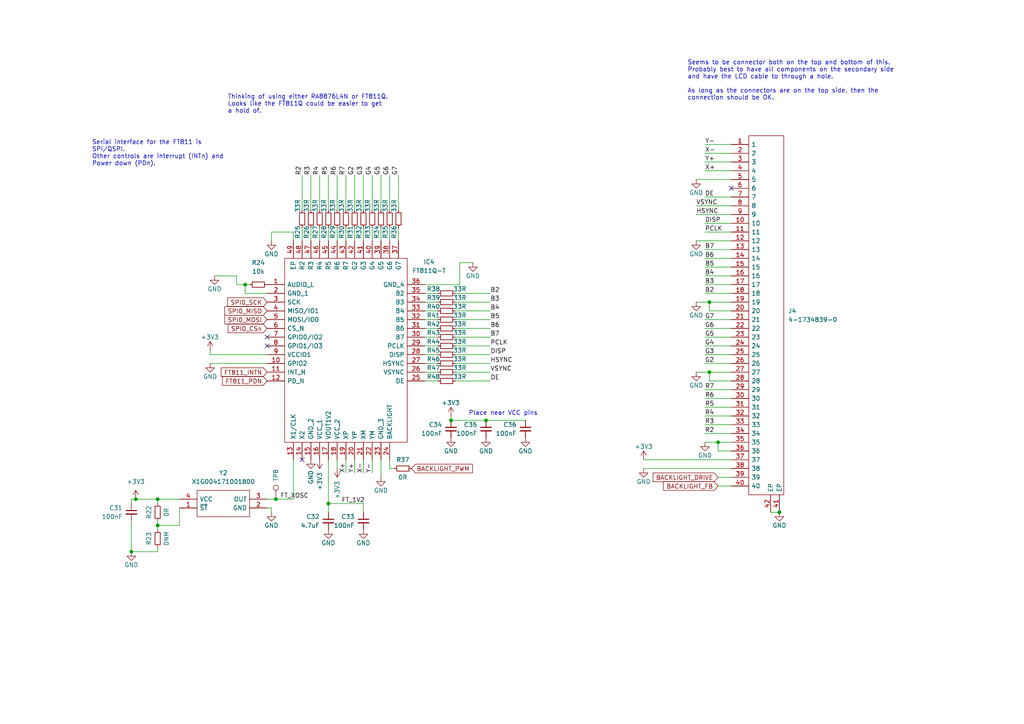
<source format=kicad_sch>
(kicad_sch (version 20211123) (generator eeschema)
  (paper "A4")
  (lib_symbols
    (symbol "Connector:TestPoint" (pin_numbers hide) (pin_names (offset 0.762) hide)
      (property "Reference" "TP" (at 0 6.858 0))
      (property "Value" "TestPoint" (at 0 5.08 0))
      (symbol "TestPoint_0_1"
        (circle (center 0 3.302) (radius 0.762))
      )
      (symbol "TestPoint_1_1"
        (pin passive line (at 0 0 90) (length 2.54) (name "1") (number "1"))
      )
    )
    (symbol "Device:C_Small" (pin_numbers hide) (pin_names (offset 0.254) hide)
      (property "Reference" "C" (at 0.254 1.778 0))
      (property "Value" "C_Small" (at 0.254 -2.032 0))
      (symbol "C_Small_0_1"
        (polyline (pts (xy -1.524 -0.508) (xy 1.524 -0.508)) (stroke (width 0.3302)))
        (polyline (pts (xy -1.524 0.508) (xy 1.524 0.508)) (stroke (width 0.3048)))
      )
      (symbol "C_Small_1_1"
        (pin passive line (at 0 2.54 270) (length 2.032) (name "~") (number "1"))
        (pin passive line (at 0 -2.54 90) (length 2.032) (name "~") (number "2"))
      )
    )
    (symbol "Device:R_Small" (pin_numbers hide) (pin_names (offset 0.254) hide)
      (property "Reference" "R" (at 0.762 0.508 0))
      (property "Value" "R_Small" (at 0.762 -1.016 0))
      (symbol "R_Small_0_1"
        (rectangle (start -0.762 1.778) (end 0.762 -1.778) (stroke (width 0.2032)))
      )
      (symbol "R_Small_1_1"
        (pin passive line (at 0 2.54 270) (length 0.762) (name "~") (number "1"))
        (pin passive line (at 0 -2.54 90) (length 0.762) (name "~") (number "2"))
      )
    )
    (symbol "SamacSys_Parts:4-1734839-0" (pin_names (offset 0.762))
      (property "Reference" "J3" (at -16.51 -48.2599 0))
      (property "Value" "4-1734839-0" (at -16.51 -50.7999 0))
      (symbol "4-1734839-0_0_0"
        (pin passive line (at 0 0 180) (length 5.08) (name "1") (number "1"))
        (pin passive line (at 0 -22.86 180) (length 5.08) (name "10") (number "10"))
        (pin passive line (at 0 -25.4 180) (length 5.08) (name "11") (number "11"))
        (pin passive line (at 0 -27.94 180) (length 5.08) (name "12") (number "12"))
        (pin passive line (at 0 -30.48 180) (length 5.08) (name "13") (number "13"))
        (pin passive line (at 0 -33.02 180) (length 5.08) (name "14") (number "14"))
        (pin passive line (at 0 -35.56 180) (length 5.08) (name "15") (number "15"))
        (pin passive line (at 0 -38.1 180) (length 5.08) (name "16") (number "16"))
        (pin passive line (at 0 -40.64 180) (length 5.08) (name "17") (number "17"))
        (pin passive line (at 0 -43.18 180) (length 5.08) (name "18") (number "18"))
        (pin passive line (at 0 -45.72 180) (length 5.08) (name "19") (number "19"))
        (pin passive line (at 0 -2.54 180) (length 5.08) (name "2") (number "2"))
        (pin passive line (at 0 -48.26 180) (length 5.08) (name "20") (number "20"))
        (pin passive line (at 0 -50.8 180) (length 5.08) (name "21") (number "21"))
        (pin passive line (at 0 -53.34 180) (length 5.08) (name "22") (number "22"))
        (pin passive line (at 0 -55.88 180) (length 5.08) (name "23") (number "23"))
        (pin passive line (at 0 -58.42 180) (length 5.08) (name "24") (number "24"))
        (pin passive line (at 0 -60.96 180) (length 5.08) (name "25") (number "25"))
        (pin passive line (at 0 -63.5 180) (length 5.08) (name "26") (number "26"))
        (pin passive line (at 0 -66.04 180) (length 5.08) (name "27") (number "27"))
        (pin passive line (at 0 -68.58 180) (length 5.08) (name "28") (number "28"))
        (pin passive line (at 0 -71.12 180) (length 5.08) (name "29") (number "29"))
        (pin passive line (at 0 -5.08 180) (length 5.08) (name "3") (number "3"))
        (pin passive line (at 0 -73.66 180) (length 5.08) (name "30") (number "30"))
        (pin passive line (at 0 -76.2 180) (length 5.08) (name "31") (number "31"))
        (pin passive line (at 0 -78.74 180) (length 5.08) (name "32") (number "32"))
        (pin passive line (at 0 -81.28 180) (length 5.08) (name "33") (number "33"))
        (pin passive line (at 0 -83.82 180) (length 5.08) (name "34") (number "34"))
        (pin passive line (at 0 -86.36 180) (length 5.08) (name "35") (number "35"))
        (pin passive line (at 0 -88.9 180) (length 5.08) (name "36") (number "36"))
        (pin passive line (at 0 -91.44 180) (length 5.08) (name "37") (number "37"))
        (pin passive line (at 0 -93.98 180) (length 5.08) (name "38") (number "38"))
        (pin passive line (at 0 -96.52 180) (length 5.08) (name "39") (number "39"))
        (pin passive line (at 0 -7.62 180) (length 5.08) (name "4") (number "4"))
        (pin passive line (at 0 -99.06 180) (length 5.08) (name "40") (number "40"))
        (pin passive line (at -13.97 -106.68 90) (length 5.08) (name "EP") (number "41"))
        (pin passive line (at -11.43 -106.68 90) (length 5.08) (name "EP") (number "42"))
        (pin passive line (at 0 -10.16 180) (length 5.08) (name "5") (number "5"))
        (pin passive line (at 0 -12.7 180) (length 5.08) (name "6") (number "6"))
        (pin passive line (at 0 -15.24 180) (length 5.08) (name "7") (number "7"))
        (pin passive line (at 0 -17.78 180) (length 5.08) (name "8") (number "8"))
        (pin passive line (at 0 -20.32 180) (length 5.08) (name "9") (number "9"))
      )
      (symbol "4-1734839-0_0_1"
        (polyline (pts (xy -15.24 2.54) (xy -5.08 2.54) (xy -5.08 -101.6) (xy -15.24 -101.6) (xy -15.24 2.54)) (stroke (width 0.1524)))
      )
    )
    (symbol "SamacSys_Parts:FT810Q-T" (pin_names (offset 0.762))
      (property "Reference" "IC" (at 41.91 12.7 0))
      (property "Value" "FT810Q-T" (at 41.91 10.16 0))
      (symbol "FT810Q-T_0_0"
        (pin passive line (at 0 0 0) (length 5.08) (name "AUDIO_L") (number "1"))
        (pin passive line (at 0 -22.86 0) (length 5.08) (name "GPIO2") (number "10"))
        (pin passive line (at 0 -25.4 0) (length 5.08) (name "INT_N") (number "11"))
        (pin passive line (at 0 -27.94 0) (length 5.08) (name "PD_N") (number "12"))
        (pin passive line (at 7.62 -50.8 90) (length 5.08) (name "X1/CLK") (number "13"))
        (pin passive line (at 10.16 -50.8 90) (length 5.08) (name "X2") (number "14"))
        (pin passive line (at 12.7 -50.8 90) (length 5.08) (name "GND_2") (number "15"))
        (pin passive line (at 15.24 -50.8 90) (length 5.08) (name "VCC_1") (number "16"))
        (pin passive line (at 17.78 -50.8 90) (length 5.08) (name "VOUT1V2") (number "17"))
        (pin passive line (at 20.32 -50.8 90) (length 5.08) (name "VCC_2") (number "18"))
        (pin passive line (at 22.86 -50.8 90) (length 5.08) (name "XP") (number "19"))
        (pin passive line (at 0 -2.54 0) (length 5.08) (name "GND_1") (number "2"))
        (pin passive line (at 25.4 -50.8 90) (length 5.08) (name "YP") (number "20"))
        (pin passive line (at 27.94 -50.8 90) (length 5.08) (name "XM") (number "21"))
        (pin passive line (at 30.48 -50.8 90) (length 5.08) (name "YM") (number "22"))
        (pin passive line (at 33.02 -50.8 90) (length 5.08) (name "GND_3") (number "23"))
        (pin passive line (at 35.56 -50.8 90) (length 5.08) (name "BACKLIGHT") (number "24"))
        (pin passive line (at 45.72 -27.94 180) (length 5.08) (name "DE") (number "25"))
        (pin passive line (at 45.72 -25.4 180) (length 5.08) (name "VSYNC") (number "26"))
        (pin passive line (at 45.72 -22.86 180) (length 5.08) (name "HSYNC") (number "27"))
        (pin passive line (at 45.72 -20.32 180) (length 5.08) (name "DISP") (number "28"))
        (pin passive line (at 45.72 -17.78 180) (length 5.08) (name "PCLK") (number "29"))
        (pin passive line (at 0 -5.08 0) (length 5.08) (name "SCK") (number "3"))
        (pin passive line (at 45.72 -15.24 180) (length 5.08) (name "B7") (number "30"))
        (pin passive line (at 45.72 -12.7 180) (length 5.08) (name "B6") (number "31"))
        (pin passive line (at 45.72 -10.16 180) (length 5.08) (name "B5") (number "32"))
        (pin passive line (at 45.72 -7.62 180) (length 5.08) (name "B4") (number "33"))
        (pin passive line (at 45.72 -5.08 180) (length 5.08) (name "B3") (number "34"))
        (pin passive line (at 45.72 -2.54 180) (length 5.08) (name "B2") (number "35"))
        (pin passive line (at 45.72 0 180) (length 5.08) (name "GND_4") (number "36"))
        (pin passive line (at 38.1 12.7 270) (length 5.08) (name "G7") (number "37"))
        (pin passive line (at 35.56 12.7 270) (length 5.08) (name "G6") (number "38"))
        (pin passive line (at 33.02 12.7 270) (length 5.08) (name "G5") (number "39"))
        (pin passive line (at 0 -7.62 0) (length 5.08) (name "MISO/IO1") (number "4"))
        (pin passive line (at 30.48 12.7 270) (length 5.08) (name "G4") (number "40"))
        (pin passive line (at 27.94 12.7 270) (length 5.08) (name "G3") (number "41"))
        (pin passive line (at 25.4 12.7 270) (length 5.08) (name "G2") (number "42"))
        (pin passive line (at 22.86 12.7 270) (length 5.08) (name "R7") (number "43"))
        (pin passive line (at 20.32 12.7 270) (length 5.08) (name "R6") (number "44"))
        (pin passive line (at 17.78 12.7 270) (length 5.08) (name "R5") (number "45"))
        (pin passive line (at 15.24 12.7 270) (length 5.08) (name "R4") (number "46"))
        (pin passive line (at 12.7 12.7 270) (length 5.08) (name "R3") (number "47"))
        (pin passive line (at 10.16 12.7 270) (length 5.08) (name "R2") (number "48"))
        (pin passive line (at 7.62 12.7 270) (length 5.08) (name "EP") (number "49"))
        (pin passive line (at 0 -10.16 0) (length 5.08) (name "MOSI/IO0") (number "5"))
        (pin passive line (at 0 -12.7 0) (length 5.08) (name "CS_N") (number "6"))
        (pin passive line (at 0 -15.24 0) (length 5.08) (name "GPIO0/IO2") (number "7"))
        (pin passive line (at 0 -17.78 0) (length 5.08) (name "GPIO1/IO3") (number "8"))
        (pin passive line (at 0 -20.32 0) (length 5.08) (name "VCCIO1") (number "9"))
      )
      (symbol "FT810Q-T_0_1"
        (polyline (pts (xy 5.08 7.62) (xy 40.64 7.62) (xy 40.64 -45.72) (xy 5.08 -45.72) (xy 5.08 7.62)) (stroke (width 0.1524)))
      )
    )
    (symbol "SamacSys_Parts:X1G004171001800" (pin_names (offset 0.762))
      (property "Reference" "Y" (at 21.59 7.62 0))
      (property "Value" "X1G004171001800" (at 21.59 5.08 0))
      (symbol "X1G004171001800_0_0"
        (pin passive line (at 0 -2.54 0) (length 5.08) (name "~{ST}") (number "1"))
        (pin passive line (at 25.4 -2.54 180) (length 5.08) (name "GND") (number "2"))
        (pin passive line (at 25.4 0 180) (length 5.08) (name "OUT") (number "3"))
        (pin passive line (at 0 0 0) (length 5.08) (name "VCC") (number "4"))
      )
      (symbol "X1G004171001800_0_1"
        (polyline (pts (xy 5.08 2.54) (xy 20.32 2.54) (xy 20.32 -5.08) (xy 5.08 -5.08) (xy 5.08 2.54)) (stroke (width 0.1524)))
      )
    )
    (symbol "power:+3V3" (power) (pin_names (offset 0))
      (property "Value" "+3V3" (at 0 3.556 0))
      (symbol "+3V3_0_1"
        (polyline (pts (xy -0.762 1.27) (xy 0 2.54)))
        (polyline (pts (xy 0 0) (xy 0 2.54)))
        (polyline (pts (xy 0 2.54) (xy 0.762 1.27)))
      )
      (symbol "+3V3_1_1"
        (pin power_in line (at 0 0 90) (length 0) hide (name "+3V3") (number "1"))
      )
    )
    (symbol "power:GND" (power) (pin_names (offset 0))
      (property "Value" "GND" (at 0 -3.81 0))
      (symbol "GND_0_1"
        (polyline (pts (xy 0 0) (xy 0 -1.27) (xy 1.27 -1.27) (xy 0 -2.54) (xy -1.27 -1.27) (xy 0 -1.27)))
      )
      (symbol "GND_1_1"
        (pin power_in line (at 0 0 270) (length 0) hide (name "GND") (number "1"))
      )
    )
  )
  (junction (at 71.12 82.55))
  (junction (at 205.74 107.95))
  (junction (at 226.06 148.59))
  (junction (at 208.28 128.27))
  (junction (at 80.01 144.78))
  (junction (at 205.74 87.63))
  (junction (at 38.1 160.02))
  (junction (at 39.37 144.78))
  (junction (at 45.72 152.4))
  (junction (at 140.97 121.92))
  (junction (at 45.72 144.78))
  (junction (at 95.25 146.05))
  (junction (at 130.81 121.92))
  (no_connect (at 77.47 97.79))
  (no_connect (at 77.47 100.33))
  (no_connect (at 212.09 54.61))
  (no_connect (at 87.63 133.35))
  (wire (pts (xy 204.47 120.65) (xy 212.09 120.65)))
  (wire (pts (xy 114.3 135.89) (xy 113.03 135.89)))
  (wire (pts (xy 132.08 105.41) (xy 142.24 105.41)))
  (wire (pts (xy 204.47 95.25) (xy 212.09 95.25)))
  (wire (pts (xy 45.72 144.78) (xy 39.37 144.78)))
  (wire (pts (xy 102.87 60.96) (xy 102.87 50.8)))
  (wire (pts (xy 130.81 121.92) (xy 140.97 121.92)))
  (wire (pts (xy 204.47 85.09) (xy 212.09 85.09)))
  (wire (pts (xy 130.81 120.65) (xy 130.81 121.92)))
  (wire (pts (xy 132.08 110.49) (xy 142.24 110.49)))
  (wire (pts (xy 110.49 60.96) (xy 110.49 50.8)))
  (wire (pts (xy 113.03 60.96) (xy 113.03 50.8)))
  (wire (pts (xy 39.37 144.78) (xy 38.1 144.78)))
  (wire (pts (xy 132.08 90.17) (xy 142.24 90.17)))
  (wire (pts (xy 133.35 82.55) (xy 123.19 82.55)))
  (wire (pts (xy 123.19 102.87) (xy 127 102.87)))
  (wire (pts (xy 102.87 133.35) (xy 102.87 137.16)))
  (wire (pts (xy 201.93 62.23) (xy 212.09 62.23)))
  (wire (pts (xy 105.41 146.05) (xy 95.25 146.05)))
  (wire (pts (xy 97.79 60.96) (xy 97.79 50.8)))
  (wire (pts (xy 204.47 97.79) (xy 212.09 97.79)))
  (wire (pts (xy 95.25 60.96) (xy 95.25 50.8)))
  (wire (pts (xy 208.28 140.97) (xy 212.09 140.97)))
  (wire (pts (xy 123.19 92.71) (xy 127 92.71)))
  (wire (pts (xy 45.72 152.4) (xy 45.72 153.67)))
  (wire (pts (xy 208.28 130.81) (xy 208.28 128.27)))
  (wire (pts (xy 204.47 72.39) (xy 212.09 72.39)))
  (wire (pts (xy 133.35 76.2) (xy 133.35 82.55)))
  (wire (pts (xy 205.74 107.95) (xy 212.09 107.95)))
  (wire (pts (xy 204.47 123.19) (xy 212.09 123.19)))
  (wire (pts (xy 132.08 87.63) (xy 142.24 87.63)))
  (wire (pts (xy 60.96 105.41) (xy 77.47 105.41)))
  (wire (pts (xy 205.74 87.63) (xy 212.09 87.63)))
  (wire (pts (xy 105.41 148.59) (xy 105.41 146.05)))
  (wire (pts (xy 123.19 105.41) (xy 127 105.41)))
  (wire (pts (xy 45.72 151.13) (xy 45.72 152.4)))
  (wire (pts (xy 100.33 133.35) (xy 100.33 137.16)))
  (wire (pts (xy 186.69 135.89) (xy 212.09 135.89)))
  (wire (pts (xy 38.1 144.78) (xy 38.1 146.05)))
  (wire (pts (xy 60.96 102.87) (xy 60.96 101.6)))
  (wire (pts (xy 212.09 110.49) (xy 205.74 110.49)))
  (wire (pts (xy 132.08 100.33) (xy 142.24 100.33)))
  (wire (pts (xy 223.52 148.59) (xy 226.06 148.59)))
  (wire (pts (xy 123.19 87.63) (xy 127 87.63)))
  (wire (pts (xy 115.57 60.96) (xy 115.57 50.8)))
  (wire (pts (xy 90.17 69.85) (xy 90.17 66.04)))
  (wire (pts (xy 85.09 144.78) (xy 85.09 133.35)))
  (wire (pts (xy 105.41 69.85) (xy 105.41 66.04)))
  (wire (pts (xy 78.74 67.31) (xy 85.09 67.31)))
  (wire (pts (xy 132.08 102.87) (xy 142.24 102.87)))
  (wire (pts (xy 204.47 125.73) (xy 212.09 125.73)))
  (wire (pts (xy 115.57 69.85) (xy 115.57 66.04)))
  (wire (pts (xy 105.41 60.96) (xy 105.41 50.8)))
  (wire (pts (xy 204.47 64.77) (xy 212.09 64.77)))
  (wire (pts (xy 137.16 76.2) (xy 133.35 76.2)))
  (wire (pts (xy 77.47 144.78) (xy 80.01 144.78)))
  (wire (pts (xy 107.95 133.35) (xy 107.95 137.16)))
  (wire (pts (xy 92.71 69.85) (xy 92.71 66.04)))
  (wire (pts (xy 201.93 87.63) (xy 205.74 87.63)))
  (wire (pts (xy 95.25 133.35) (xy 95.25 146.05)))
  (wire (pts (xy 71.12 82.55) (xy 72.39 82.55)))
  (wire (pts (xy 204.47 82.55) (xy 212.09 82.55)))
  (wire (pts (xy 68.58 80.01) (xy 68.58 82.55)))
  (wire (pts (xy 100.33 69.85) (xy 100.33 66.04)))
  (wire (pts (xy 113.03 69.85) (xy 113.03 66.04)))
  (wire (pts (xy 204.47 57.15) (xy 212.09 57.15)))
  (wire (pts (xy 140.97 121.92) (xy 152.4 121.92)))
  (wire (pts (xy 132.08 95.25) (xy 142.24 95.25)))
  (wire (pts (xy 201.93 107.95) (xy 205.74 107.95)))
  (wire (pts (xy 38.1 151.13) (xy 38.1 160.02)))
  (wire (pts (xy 204.47 105.41) (xy 212.09 105.41)))
  (wire (pts (xy 132.08 97.79) (xy 142.24 97.79)))
  (wire (pts (xy 110.49 69.85) (xy 110.49 66.04)))
  (wire (pts (xy 123.19 97.79) (xy 127 97.79)))
  (wire (pts (xy 123.19 110.49) (xy 127 110.49)))
  (wire (pts (xy 71.12 82.55) (xy 71.12 85.09)))
  (wire (pts (xy 78.74 148.59) (xy 78.74 147.32)))
  (wire (pts (xy 97.79 133.35) (xy 97.79 135.89)))
  (wire (pts (xy 204.47 115.57) (xy 212.09 115.57)))
  (wire (pts (xy 204.47 113.03) (xy 212.09 113.03)))
  (wire (pts (xy 95.25 146.05) (xy 95.25 148.59)))
  (wire (pts (xy 85.09 67.31) (xy 85.09 69.85)))
  (wire (pts (xy 204.47 74.93) (xy 212.09 74.93)))
  (wire (pts (xy 123.19 85.09) (xy 127 85.09)))
  (wire (pts (xy 38.1 160.02) (xy 45.72 160.02)))
  (wire (pts (xy 204.47 100.33) (xy 212.09 100.33)))
  (wire (pts (xy 201.93 59.69) (xy 212.09 59.69)))
  (wire (pts (xy 205.74 90.17) (xy 205.74 87.63)))
  (wire (pts (xy 205.74 110.49) (xy 205.74 107.95)))
  (wire (pts (xy 80.01 144.78) (xy 85.09 144.78)))
  (wire (pts (xy 201.93 52.07) (xy 212.09 52.07)))
  (wire (pts (xy 90.17 60.96) (xy 90.17 50.8)))
  (wire (pts (xy 110.49 133.35) (xy 110.49 138.43)))
  (wire (pts (xy 71.12 85.09) (xy 77.47 85.09)))
  (wire (pts (xy 107.95 60.96) (xy 107.95 50.8)))
  (wire (pts (xy 123.19 90.17) (xy 127 90.17)))
  (wire (pts (xy 113.03 135.89) (xy 113.03 133.35)))
  (wire (pts (xy 208.28 138.43) (xy 212.09 138.43)))
  (wire (pts (xy 77.47 102.87) (xy 60.96 102.87)))
  (wire (pts (xy 208.28 128.27) (xy 212.09 128.27)))
  (wire (pts (xy 97.79 69.85) (xy 97.79 66.04)))
  (wire (pts (xy 107.95 69.85) (xy 107.95 66.04)))
  (wire (pts (xy 132.08 92.71) (xy 142.24 92.71)))
  (wire (pts (xy 186.69 133.35) (xy 212.09 133.35)))
  (wire (pts (xy 92.71 60.96) (xy 92.71 50.8)))
  (wire (pts (xy 105.41 133.35) (xy 105.41 137.16)))
  (wire (pts (xy 212.09 130.81) (xy 208.28 130.81)))
  (wire (pts (xy 62.23 80.01) (xy 68.58 80.01)))
  (wire (pts (xy 204.47 46.99) (xy 212.09 46.99)))
  (wire (pts (xy 204.47 41.91) (xy 212.09 41.91)))
  (wire (pts (xy 204.47 67.31) (xy 212.09 67.31)))
  (wire (pts (xy 204.47 49.53) (xy 212.09 49.53)))
  (wire (pts (xy 212.09 90.17) (xy 205.74 90.17)))
  (wire (pts (xy 201.93 69.85) (xy 212.09 69.85)))
  (wire (pts (xy 204.47 118.11) (xy 212.09 118.11)))
  (wire (pts (xy 204.47 77.47) (xy 212.09 77.47)))
  (wire (pts (xy 204.47 128.27) (xy 208.28 128.27)))
  (wire (pts (xy 45.72 146.05) (xy 45.72 144.78)))
  (wire (pts (xy 204.47 102.87) (xy 212.09 102.87)))
  (wire (pts (xy 123.19 100.33) (xy 127 100.33)))
  (wire (pts (xy 204.47 80.01) (xy 212.09 80.01)))
  (wire (pts (xy 95.25 69.85) (xy 95.25 66.04)))
  (wire (pts (xy 132.08 85.09) (xy 142.24 85.09)))
  (wire (pts (xy 45.72 160.02) (xy 45.72 158.75)))
  (wire (pts (xy 123.19 107.95) (xy 127 107.95)))
  (wire (pts (xy 45.72 152.4) (xy 52.07 152.4)))
  (wire (pts (xy 78.74 69.85) (xy 78.74 67.31)))
  (wire (pts (xy 123.19 95.25) (xy 127 95.25)))
  (wire (pts (xy 102.87 69.85) (xy 102.87 66.04)))
  (wire (pts (xy 52.07 152.4) (xy 52.07 147.32)))
  (wire (pts (xy 204.47 92.71) (xy 212.09 92.71)))
  (wire (pts (xy 87.63 60.96) (xy 87.63 50.8)))
  (wire (pts (xy 45.72 144.78) (xy 52.07 144.78)))
  (wire (pts (xy 132.08 107.95) (xy 142.24 107.95)))
  (wire (pts (xy 78.74 147.32) (xy 77.47 147.32)))
  (wire (pts (xy 100.33 60.96) (xy 100.33 50.8)))
  (wire (pts (xy 87.63 69.85) (xy 87.63 66.04)))
  (wire (pts (xy 204.47 44.45) (xy 212.09 44.45)))
  (wire (pts (xy 68.58 82.55) (xy 71.12 82.55)))
  (text "Thinking of using either RA8876L4N or FT811Q. \nLooks like the FT811Q could be easier to get \na hold of. " (at 66.04 33.02 0) (effects (font (size 1.27 1.27)) (justify left bottom)))
  (text "Place near VCC pins" (at 135.89 120.65 0) (effects (font (size 1.27 1.27)) (justify left bottom)))
  (text "Serial interface for the FT811 is\nSPI/QSPI. \nOther controls are interrupt (INTn) and \nPower down (PDn). " (at 26.67 48.26 0) (effects (font (size 1.27 1.27)) (justify left bottom)))
  (text "Seems to be connector both on the top and bottom of this. \nProbably best to have all components on the secondary side\nand have the LCD cable to through a hole. \n\nAs long as the connectors are on the top side, then the\nconnection should be OK. " (at 199.39 29.21 0) (effects (font (size 1.27 1.27)) (justify left bottom)))
  (label "G5" (at 204.47 97.79 0))
  (label "PCLK" (at 204.47 67.31 0))
  (label "R3" (at 204.47 123.19 0))
  (label "B7" (at 204.47 72.39 0))
  (label "B6" (at 142.24 95.25 0))
  (label "X-" (at 105.41 137.16 90))
  (label "R4" (at 204.47 120.65 0))
  (label "B6" (at 204.47 74.93 0))
  (label "G4" (at 204.47 100.33 0))
  (label "FT_XOSC" (at 81.28 144.78 0))
  (label "G2" (at 102.87 50.8 90))
  (label "B2" (at 204.47 85.09 0))
  (label "G3" (at 204.47 102.87 0))
  (label "G5" (at 110.49 50.8 90))
  (label "Y-" (at 204.47 41.91 0))
  (label "B5" (at 142.24 92.71 0))
  (label "Y+" (at 102.87 137.16 90))
  (label "B2" (at 142.24 85.09 0))
  (label "B3" (at 142.24 87.63 0))
  (label "PCLK" (at 142.24 100.33 0))
  (label "B5" (at 204.47 77.47 0))
  (label "R5" (at 95.25 50.8 90))
  (label "R3" (at 90.17 50.8 90))
  (label "HSYNC" (at 142.24 105.41 0))
  (label "G4" (at 107.95 50.8 90))
  (label "Y+" (at 204.47 46.99 0))
  (label "G6" (at 113.03 50.8 90))
  (label "DE" (at 204.47 57.15 0))
  (label "R6" (at 204.47 115.57 0))
  (label "G7" (at 204.47 92.71 0))
  (label "G3" (at 105.41 50.8 90))
  (label "VSYNC" (at 142.24 107.95 0))
  (label "B7" (at 142.24 97.79 0))
  (label "DISP" (at 142.24 102.87 0))
  (label "B4" (at 204.47 80.01 0))
  (label "G2" (at 204.47 105.41 0))
  (label "R7" (at 204.47 113.03 0))
  (label "Y-" (at 107.95 137.16 90))
  (label "R4" (at 92.71 50.8 90))
  (label "HSYNC" (at 201.93 62.23 0))
  (label "B3" (at 204.47 82.55 0))
  (label "X-" (at 204.47 44.45 0))
  (label "FT_1V2" (at 99.06 146.05 0))
  (label "DISP" (at 204.47 64.77 0))
  (label "X+" (at 100.33 137.16 90))
  (label "VSYNC" (at 201.93 59.69 0))
  (label "R6" (at 97.79 50.8 90))
  (label "R7" (at 100.33 50.8 90))
  (label "DE" (at 142.24 110.49 0))
  (label "R2" (at 204.47 125.73 0))
  (label "B4" (at 142.24 90.17 0))
  (label "R2" (at 87.63 50.8 90))
  (label "X+" (at 204.47 49.53 0))
  (label "G7" (at 115.57 50.8 90))
  (label "R5" (at 204.47 118.11 0))
  (label "G6" (at 204.47 95.25 0))
  (global_label "FT811_INTN" (shape input) (at 77.47 107.95 180) (property "Intersheet References" "${INTERSHEET_REFS}" (effects hide)))
  (global_label "FT811_PDN" (shape input) (at 77.47 110.49 180) (property "Intersheet References" "${INTERSHEET_REFS}" (effects hide)))
  (global_label "SPI0_SCK" (shape input) (at 77.47 87.63 180) (property "Intersheet References" "${INTERSHEET_REFS}" (effects hide)))
  (global_label "BACKLIGHT_DRIVE" (shape input) (at 208.28 138.43 180) (property "Intersheet References" "${INTERSHEET_REFS}" (effects hide)))
  (global_label "SPI0_CSn" (shape input) (at 77.47 95.25 180) (property "Intersheet References" "${INTERSHEET_REFS}" (effects hide)))
  (global_label "BACKLIGHT_PWM" (shape input) (at 119.38 135.89 0) (property "Intersheet References" "${INTERSHEET_REFS}" (effects hide)))
  (global_label "SPI0_MOSI" (shape input) (at 77.47 92.71 180) (property "Intersheet References" "${INTERSHEET_REFS}" (effects hide)))
  (global_label "SPI0_MISO" (shape input) (at 77.47 90.17 180) (property "Intersheet References" "${INTERSHEET_REFS}" (effects hide)))
  (global_label "BACKLIGHT_FB" (shape input) (at 208.28 140.97 180) (property "Intersheet References" "${INTERSHEET_REFS}" (effects hide)))
  (symbol (lib_id "Device:R_Small") (at 116.84 135.89 90) (mirror x) (unit 1)
    (property "Reference" "R37" (at 116.84 133.35 90))
    (property "Value" "0R" (at 116.84 138.43 90))
    (property "Footprint" "Resistor_SMD:R_0402_1005Metric" (effects hide))
    (property "LCSC" "C279984" (effects hide))
  )
  (symbol (lib_id "Device:R_Small") (at 95.25 63.5 0) (mirror y) (unit 1)
    (property "Reference" "R28" (at 93.98 67.31 90))
    (property "Value" "33R" (at 93.98 59.69 90))
    (property "Footprint" "Resistor_SMD:R_0402_1005Metric" (effects hide))
    (property "LCSC" "C25105" (effects hide))
  )
  (symbol (lib_id "Device:R_Small") (at 129.54 90.17 270) (mirror x) (unit 1)
    (property "Reference" "R40" (at 125.73 88.9 90))
    (property "Value" "33R" (at 133.35 88.9 90))
    (property "Footprint" "Resistor_SMD:R_0402_1005Metric" (effects hide))
    (property "LCSC" "C25105" (effects hide))
  )
  (symbol (lib_id "Device:R_Small") (at 92.71 63.5 0) (mirror y) (unit 1)
    (property "Reference" "R27" (at 91.44 67.31 90))
    (property "Value" "33R" (at 91.44 59.69 90))
    (property "Footprint" "Resistor_SMD:R_0402_1005Metric" (effects hide))
    (property "LCSC" "C25105" (effects hide))
  )
  (symbol (lib_id "Device:C_Small") (at 105.41 151.13 0) (mirror y) (unit 1)
    (property "Reference" "C33" (at 102.87 149.8662 0) (effects (justify left)))
    (property "Value" "100nF" (at 102.87 152.4062 0) (effects (justify left)))
    (property "Footprint" "Capacitor_SMD:C_0402_1005Metric" (effects hide))
    (property "LCSC" "C1525" (effects hide))
  )
  (symbol (lib_id "Device:R_Small") (at 45.72 148.59 0) (mirror x) (unit 1)
    (property "Reference" "R22" (at 43.18 148.59 90))
    (property "Value" "0R" (at 48.26 148.59 90))
    (property "Footprint" "Resistor_SMD:R_0402_1005Metric" (effects hide))
    (property "LCSC" "C279984" (effects hide))
  )
  (symbol (lib_id "power:GND") (at 201.93 87.63 0) (unit 1)
    (property "Reference" "#PWR084" (effects hide))
    (property "Value" "GND" (at 201.93 91.44 0))
  )
  (symbol (lib_id "Device:R_Small") (at 74.93 82.55 270) (unit 1)
    (property "Reference" "R24" (at 74.93 76.2 90))
    (property "Value" "10k" (at 74.93 78.74 90))
    (property "Footprint" "Resistor_SMD:R_0402_1005Metric" (effects hide))
    (property "LCSC" "C25086" (effects hide))
  )
  (symbol (lib_id "power:GND") (at 201.93 107.95 0) (unit 1)
    (property "Reference" "#PWR085" (effects hide))
    (property "Value" "GND" (at 201.93 111.76 0))
  )
  (symbol (lib_id "Device:R_Small") (at 45.72 156.21 0) (mirror x) (unit 1)
    (property "Reference" "R23" (at 43.18 156.21 90))
    (property "Value" "DNM" (at 48.26 156.21 90))
    (property "Footprint" "Resistor_SMD:R_0402_1005Metric" (effects hide))
    (property "LCSC" "DNM" (effects hide))
  )
  (symbol (lib_id "power:+3V3") (at 60.96 101.6 0) (unit 1)
    (property "Reference" "#PWR064" (effects hide))
    (property "Value" "+3V3" (at 63.5 97.79 0) (effects (justify right)))
  )
  (symbol (lib_id "power:+3V3") (at 186.69 133.35 0) (unit 1)
    (property "Reference" "#PWR080" (effects hide))
    (property "Value" "+3V3" (at 186.69 129.54 0))
  )
  (symbol (lib_id "Connector:TestPoint") (at 80.01 144.78 0) (unit 1)
    (property "Reference" "TP8" (at 80.01 139.7 90) (effects (justify left)))
    (property "Value" "TestPoint" (effects hide))
    (property "Footprint" "TestPoint:TestPoint_Pad_D1.5mm" (effects hide))
  )
  (symbol (lib_id "Device:R_Small") (at 105.41 63.5 0) (mirror y) (unit 1)
    (property "Reference" "R32" (at 104.14 67.31 90))
    (property "Value" "33R" (at 104.14 59.69 90))
    (property "Footprint" "Resistor_SMD:R_0402_1005Metric" (effects hide))
    (property "LCSC" "C25105" (effects hide))
  )
  (symbol (lib_id "power:GND") (at 90.17 133.35 0) (mirror y) (unit 1)
    (property "Reference" "#PWR069" (effects hide))
    (property "Value" "GND" (at 90.17 138.43 90))
  )
  (symbol (lib_id "power:GND") (at 201.93 69.85 0) (unit 1)
    (property "Reference" "#PWR083" (effects hide))
    (property "Value" "GND" (at 201.93 73.66 0))
  )
  (symbol (lib_id "power:+3V3") (at 97.79 135.89 180) (unit 1)
    (property "Reference" "#PWR072" (effects hide))
    (property "Value" "+3V3" (at 97.79 144.78 90) (effects (justify right)))
  )
  (symbol (lib_id "Device:R_Small") (at 87.63 63.5 0) (mirror y) (unit 1)
    (property "Reference" "R25" (at 86.36 67.31 90))
    (property "Value" "33R" (at 86.36 59.69 90))
    (property "Footprint" "Resistor_SMD:R_0402_1005Metric" (effects hide))
    (property "LCSC" "C25105" (effects hide))
  )
  (symbol (lib_id "Device:R_Small") (at 129.54 107.95 270) (mirror x) (unit 1)
    (property "Reference" "R47" (at 125.73 106.68 90))
    (property "Value" "33R" (at 133.35 106.68 90))
    (property "Footprint" "Resistor_SMD:R_0402_1005Metric" (effects hide))
    (property "LCSC" "C25105" (effects hide))
  )
  (symbol (lib_id "power:GND") (at 105.41 153.67 0) (mirror y) (unit 1)
    (property "Reference" "#PWR073" (effects hide))
    (property "Value" "GND" (at 105.41 157.48 0))
  )
  (symbol (lib_id "Device:R_Small") (at 129.54 92.71 270) (mirror x) (unit 1)
    (property "Reference" "R41" (at 125.73 91.44 90))
    (property "Value" "33R" (at 133.35 91.44 90))
    (property "Footprint" "Resistor_SMD:R_0402_1005Metric" (effects hide))
    (property "LCSC" "C25105" (effects hide))
  )
  (symbol (lib_id "SamacSys_Parts:FT810Q-T") (at 77.47 82.55 0) (unit 1)
    (property "Reference" "IC4" (at 124.46 75.9712 0))
    (property "Value" "FT811Q-T" (at 124.46 78.5112 0))
    (property "Footprint" "SamacSys_Parts:QFN50P700X700X90-49N-D" (effects hide))
    (property "Datasheet" "https://componentsearchengine.com/Datasheets/2/FT810Q-T.pdf" (effects hide))
    (property "Description" "FT811Q-T, LCD Controller 8 bit Mono Audio Format, SVGA Support SPI 1.8  3.3 V, 48-Pin VQFN" (effects hide))
    (property "Height" "0.9" (effects hide))
    (property "Mouser Part Number" "895-FT811Q-T" (effects hide))
    (property "Mouser Price/Stock" "https://www.mouser.co.uk/ProductDetail/Bridgetek/FT810Q-T?qs=OplyyfyNBA63lpJ6fOejKA%3D%3D" (effects hide))
    (property "Manufacturer_Name" "BRIDGETEK" (effects hide))
    (property "Manufacturer_Part_Number" "FT811Q-T" (effects hide))
    (property "LCSC" "C3823896" (effects hide))
  )
  (symbol (lib_id "power:+3V3") (at 130.81 120.65 0) (unit 1)
    (property "Reference" "#PWR075" (effects hide))
    (property "Value" "+3V3" (at 133.35 116.84 0) (effects (justify right)))
  )
  (symbol (lib_id "Device:R_Small") (at 129.54 102.87 270) (mirror x) (unit 1)
    (property "Reference" "R45" (at 125.73 101.6 90))
    (property "Value" "33R" (at 133.35 101.6 90))
    (property "Footprint" "Resistor_SMD:R_0402_1005Metric" (effects hide))
    (property "LCSC" "C25105" (effects hide))
  )
  (symbol (lib_id "power:GND") (at 78.74 148.59 0) (mirror y) (unit 1)
    (property "Reference" "#PWR068" (effects hide))
    (property "Value" "GND" (at 78.74 152.4 0))
  )
  (symbol (lib_id "power:GND") (at 110.49 138.43 0) (mirror y) (unit 1)
    (property "Reference" "#PWR074" (effects hide))
    (property "Value" "GND" (at 110.49 142.24 0))
  )
  (symbol (lib_id "power:GND") (at 130.81 127 0) (mirror y) (unit 1)
    (property "Reference" "#PWR076" (effects hide))
    (property "Value" "GND" (at 130.81 130.81 0))
  )
  (symbol (lib_id "Device:C_Small") (at 140.97 124.46 0) (mirror y) (unit 1)
    (property "Reference" "C35" (at 138.43 123.1962 0) (effects (justify left)))
    (property "Value" "100nF" (at 138.43 125.7362 0) (effects (justify left)))
    (property "Footprint" "Capacitor_SMD:C_0402_1005Metric" (effects hide))
    (property "LCSC" "C1525" (effects hide))
  )
  (symbol (lib_id "power:GND") (at 152.4 127 0) (mirror y) (unit 1)
    (property "Reference" "#PWR079" (effects hide))
    (property "Value" "GND" (at 152.4 130.81 0))
  )
  (symbol (lib_id "Device:R_Small") (at 102.87 63.5 0) (mirror y) (unit 1)
    (property "Reference" "R31" (at 101.6 67.31 90))
    (property "Value" "33R" (at 101.6 59.69 90))
    (property "Footprint" "Resistor_SMD:R_0402_1005Metric" (effects hide))
    (property "LCSC" "C25105" (effects hide))
  )
  (symbol (lib_id "Device:R_Small") (at 113.03 63.5 0) (mirror y) (unit 1)
    (property "Reference" "R35" (at 111.76 67.31 90))
    (property "Value" "33R" (at 111.76 59.69 90))
    (property "Footprint" "Resistor_SMD:R_0402_1005Metric" (effects hide))
    (property "LCSC" "C25105" (effects hide))
  )
  (symbol (lib_id "Device:R_Small") (at 110.49 63.5 0) (mirror y) (unit 1)
    (property "Reference" "R34" (at 109.22 67.31 90))
    (property "Value" "33R" (at 109.22 59.69 90))
    (property "Footprint" "Resistor_SMD:R_0402_1005Metric" (effects hide))
    (property "LCSC" "C25105" (effects hide))
  )
  (symbol (lib_id "Device:R_Small") (at 129.54 97.79 270) (mirror x) (unit 1)
    (property "Reference" "R43" (at 125.73 96.52 90))
    (property "Value" "33R" (at 133.35 96.52 90))
    (property "Footprint" "Resistor_SMD:R_0402_1005Metric" (effects hide))
    (property "LCSC" "C25105" (effects hide))
  )
  (symbol (lib_id "power:+3V3") (at 92.71 133.35 180) (unit 1)
    (property "Reference" "#PWR070" (effects hide))
    (property "Value" "+3V3" (at 92.71 142.24 90) (effects (justify right)))
  )
  (symbol (lib_id "Device:R_Small") (at 129.54 100.33 270) (mirror x) (unit 1)
    (property "Reference" "R44" (at 125.73 99.06 90))
    (property "Value" "33R" (at 133.35 99.06 90))
    (property "Footprint" "Resistor_SMD:R_0402_1005Metric" (effects hide))
    (property "LCSC" "C25105" (effects hide))
  )
  (symbol (lib_id "Device:R_Small") (at 129.54 110.49 270) (mirror x) (unit 1)
    (property "Reference" "R48" (at 125.73 109.22 90))
    (property "Value" "33R" (at 133.35 109.22 90))
    (property "Footprint" "Resistor_SMD:R_0402_1005Metric" (effects hide))
    (property "LCSC" "C25105" (effects hide))
  )
  (symbol (lib_id "Device:C_Small") (at 152.4 124.46 0) (mirror y) (unit 1)
    (property "Reference" "C36" (at 149.86 123.1962 0) (effects (justify left)))
    (property "Value" "100nF" (at 149.86 125.7362 0) (effects (justify left)))
    (property "Footprint" "Capacitor_SMD:C_0402_1005Metric" (effects hide))
    (property "LCSC" "C1525" (effects hide))
  )
  (symbol (lib_id "Device:R_Small") (at 115.57 63.5 0) (mirror y) (unit 1)
    (property "Reference" "R36" (at 114.3 67.31 90))
    (property "Value" "33R" (at 114.3 59.69 90))
    (property "Footprint" "Resistor_SMD:R_0402_1005Metric" (effects hide))
    (property "LCSC" "C25105" (effects hide))
  )
  (symbol (lib_id "power:+3V3") (at 39.37 144.78 0) (unit 1)
    (property "Reference" "#PWR063" (effects hide))
    (property "Value" "+3V3" (at 39.37 139.7 0))
  )
  (symbol (lib_id "power:GND") (at 95.25 153.67 0) (mirror y) (unit 1)
    (property "Reference" "#PWR071" (effects hide))
    (property "Value" "GND" (at 95.25 157.48 0))
  )
  (symbol (lib_id "power:GND") (at 60.96 105.41 0) (mirror y) (unit 1)
    (property "Reference" "#PWR065" (effects hide))
    (property "Value" "GND" (at 60.96 109.22 0))
  )
  (symbol (lib_id "Device:R_Small") (at 90.17 63.5 0) (mirror y) (unit 1)
    (property "Reference" "R26" (at 88.9 67.31 90))
    (property "Value" "33R" (at 88.9 59.69 90))
    (property "Footprint" "Resistor_SMD:R_0402_1005Metric" (effects hide))
    (property "LCSC" "C25105" (effects hide))
  )
  (symbol (lib_id "Device:R_Small") (at 129.54 85.09 270) (mirror x) (unit 1)
    (property "Reference" "R38" (at 125.73 83.82 90))
    (property "Value" "33R" (at 133.35 83.82 90))
    (property "Footprint" "Resistor_SMD:R_0402_1005Metric" (effects hide))
    (property "LCSC" "C25105" (effects hide))
  )
  (symbol (lib_id "power:GND") (at 186.69 135.89 0) (unit 1)
    (property "Reference" "#PWR081" (effects hide))
    (property "Value" "GND" (at 186.69 139.7 0))
  )
  (symbol (lib_id "Device:R_Small") (at 129.54 105.41 270) (mirror x) (unit 1)
    (property "Reference" "R46" (at 125.73 104.14 90))
    (property "Value" "33R" (at 133.35 104.14 90))
    (property "Footprint" "Resistor_SMD:R_0402_1005Metric" (effects hide))
    (property "LCSC" "C25105" (effects hide))
  )
  (symbol (lib_id "Device:R_Small") (at 97.79 63.5 0) (mirror y) (unit 1)
    (property "Reference" "R29" (at 96.52 67.31 90))
    (property "Value" "33R" (at 96.52 59.69 90))
    (property "Footprint" "Resistor_SMD:R_0402_1005Metric" (effects hide))
    (property "LCSC" "C25105" (effects hide))
  )
  (symbol (lib_id "power:GND") (at 204.47 128.27 0) (unit 1)
    (property "Reference" "#PWR086" (effects hide))
    (property "Value" "GND" (at 204.47 132.08 0))
  )
  (symbol (lib_id "Device:C_Small") (at 38.1 148.59 0) (mirror y) (unit 1)
    (property "Reference" "C31" (at 35.56 147.3262 0) (effects (justify left)))
    (property "Value" "100nF" (at 35.56 149.8662 0) (effects (justify left)))
    (property "Footprint" "Capacitor_SMD:C_0402_1005Metric" (effects hide))
    (property "LCSC" "C1525" (effects hide))
  )
  (symbol (lib_id "power:GND") (at 201.93 52.07 0) (unit 1)
    (property "Reference" "#PWR082" (effects hide))
    (property "Value" "GND" (at 201.93 55.88 0))
  )
  (symbol (lib_id "Device:R_Small") (at 100.33 63.5 0) (mirror y) (unit 1)
    (property "Reference" "R30" (at 99.06 67.31 90))
    (property "Value" "33R" (at 99.06 59.69 90))
    (property "Footprint" "Resistor_SMD:R_0402_1005Metric" (effects hide))
    (property "LCSC" "C25105" (effects hide))
  )
  (symbol (lib_id "power:GND") (at 62.23 80.01 0) (mirror y) (unit 1)
    (property "Reference" "#PWR066" (effects hide))
    (property "Value" "GND" (at 62.23 83.82 0))
  )
  (symbol (lib_id "power:GND") (at 226.06 148.59 0) (unit 1)
    (property "Reference" "#PWR087" (effects hide))
    (property "Value" "GND" (at 226.06 152.4 0))
  )
  (symbol (lib_id "SamacSys_Parts:4-1734839-0") (at 212.09 41.91 0) (mirror y) (unit 1)
    (property "Reference" "J4" (at 228.6 90.1699 0) (effects (justify right)))
    (property "Value" "4-1734839-0" (at 228.6 92.7099 0) (effects (justify right)))
    (property "Footprint" "SamacSys_Parts:4-1734839-0" (effects hide))
    (property "Datasheet" "http://www.te.com/commerce/DocumentDelivery/DDEController?Action=showdoc&DocId=Customer+Drawing%7F1734839%7FC%7Fpdf%7FEnglish%7FENG_CD_1734839_C_C_1734839.pdf%7F4-1734839-0" (effects hide))
    (property "Description" "TE CONNECTIVITY / AMP - 4-1734839-0 - CONNECTOR, FFC / FPC, 0.5MM, 40WAY" (effects hide))
    (property "Mouser Part Number" "571-4-1734839-0" (effects hide))
    (property "Mouser Price/Stock" "https://www.mouser.co.uk/ProductDetail/TE-Connectivity/4-1734839-0?qs=klMB9zE6HsCoU1yptYDtcg%3D%3D" (effects hide))
    (property "Manufacturer_Name" "TE Connectivity" (effects hide))
    (property "Manufacturer_Part_Number" "4-1734839-0" (effects hide))
    (property "LCSC" "C590939" (effects hide))
  )
  (symbol (lib_id "Device:R_Small") (at 129.54 87.63 270) (mirror x) (unit 1)
    (property "Reference" "R39" (at 125.73 86.36 90))
    (property "Value" "33R" (at 133.35 86.36 90))
    (property "Footprint" "Resistor_SMD:R_0402_1005Metric" (effects hide))
    (property "LCSC" "C25105" (effects hide))
  )
  (symbol (lib_id "power:GND") (at 137.16 76.2 0) (mirror y) (unit 1)
    (property "Reference" "#PWR077" (effects hide))
    (property "Value" "GND" (at 137.16 80.01 0))
  )
  (symbol (lib_id "power:GND") (at 78.74 69.85 0) (mirror y) (unit 1)
    (property "Reference" "#PWR067" (effects hide))
    (property "Value" "GND" (at 78.74 73.66 0))
  )
  (symbol (lib_id "Device:C_Small") (at 95.25 151.13 0) (mirror y) (unit 1)
    (property "Reference" "C32" (at 92.71 149.8662 0) (effects (justify left)))
    (property "Value" "4.7uF" (at 92.71 152.4062 0) (effects (justify left)))
    (property "Footprint" "Capacitor_SMD:C_0603_1608Metric" (effects hide))
    (property "LCSC" "C19666" (effects hide))
  )
  (symbol (lib_id "Device:R_Small") (at 129.54 95.25 270) (mirror x) (unit 1)
    (property "Reference" "R42" (at 125.73 93.98 90))
    (property "Value" "33R" (at 133.35 93.98 90))
    (property "Footprint" "Resistor_SMD:R_0402_1005Metric" (effects hide))
    (property "LCSC" "C25105" (effects hide))
  )
  (symbol (lib_id "Device:C_Small") (at 130.81 124.46 0) (mirror y) (unit 1)
    (property "Reference" "C34" (at 128.27 123.1962 0) (effects (justify left)))
    (property "Value" "100nF" (at 128.27 125.7362 0) (effects (justify left)))
    (property "Footprint" "Capacitor_SMD:C_0402_1005Metric" (effects hide))
    (property "LCSC" "C1525" (effects hide))
  )
  (symbol (lib_id "power:GND") (at 38.1 160.02 0) (mirror y) (unit 1)
    (property "Reference" "#PWR062" (effects hide))
    (property "Value" "GND" (at 38.1 163.83 0))
  )
  (symbol (lib_id "SamacSys_Parts:X1G004171001800") (at 52.07 144.78 0) (unit 1)
    (property "Reference" "Y2" (at 64.77 137.16 0))
    (property "Value" "X1G004171001800" (at 64.77 139.7 0))
    (property "Footprint" "SamacSys_Parts:X1G004171001800" (effects hide))
    (property "Datasheet" "https://datasheet.lcsc.com/szlcsc/Seiko-Epson-X1G004171001800_C255991.pdf" (effects hide))
    (property "Description" "Oscillator XO 12MHz +/-50ppm 15pF CMOS 55% 1.8V/2.5V/3.3V 4-Pin SMD T/R" (effects hide))
    (property "Height" "0.9" (effects hide))
    (property "Manufacturer_Name" "Seiko Epson Corporation" (effects hide))
    (property "Manufacturer_Part_Number" "X1G004171001800" (effects hide))
    (property "LCSC" "C255991" (effects hide))
  )
  (symbol (lib_id "power:GND") (at 140.97 127 0) (mirror y) (unit 1)
    (property "Reference" "#PWR078" (effects hide))
    (property "Value" "GND" (at 140.97 130.81 0))
  )
  (symbol (lib_id "Device:R_Small") (at 107.95 63.5 0) (mirror y) (unit 1)
    (property "Reference" "R33" (at 106.68 67.31 90))
    (property "Value" "33R" (at 106.68 59.69 90))
    (property "Footprint" "Resistor_SMD:R_0402_1005Metric" (effects hide))
    (property "LCSC" "C25105" (effects hide))
  )
)
</source>
